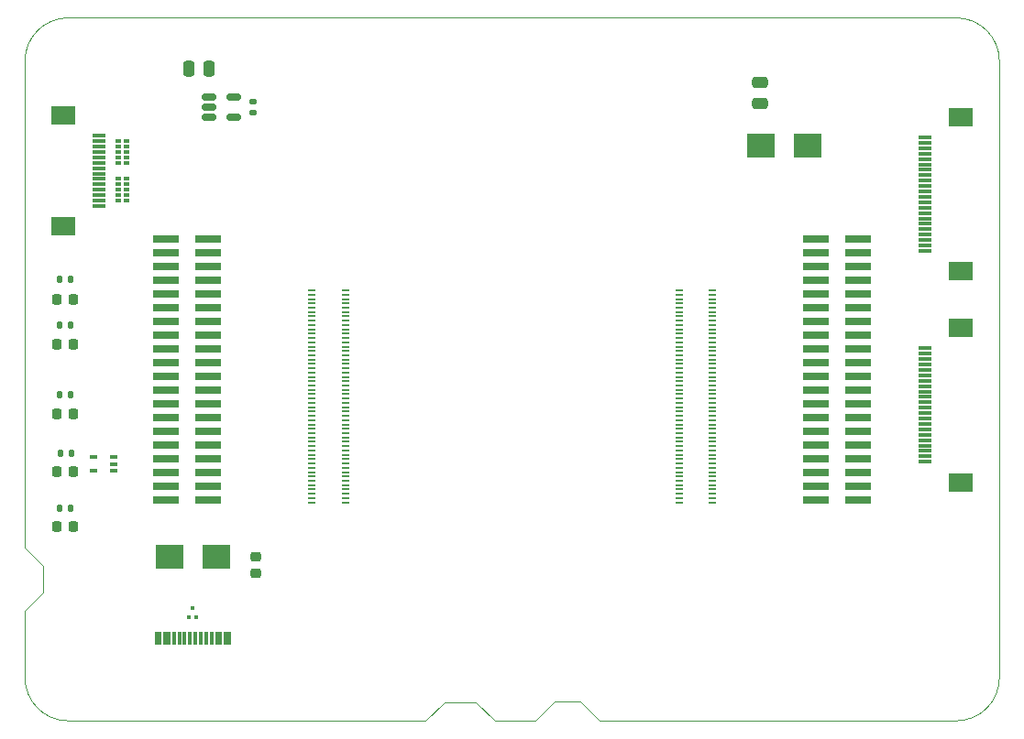
<source format=gtp>
G04 #@! TF.GenerationSoftware,KiCad,Pcbnew,(5.99.0-10720-gd84fcd89f1)*
G04 #@! TF.CreationDate,2021-06-08T11:49:25-04:00*
G04 #@! TF.ProjectId,FlySensei_Stack_RPi_ECAD,466c7953-656e-4736-9569-5f537461636b,0.1*
G04 #@! TF.SameCoordinates,Original*
G04 #@! TF.FileFunction,Paste,Top*
G04 #@! TF.FilePolarity,Positive*
%FSLAX46Y46*%
G04 Gerber Fmt 4.6, Leading zero omitted, Abs format (unit mm)*
G04 Created by KiCad (PCBNEW (5.99.0-10720-gd84fcd89f1)) date 2021-06-08 11:49:25*
%MOMM*%
%LPD*%
G01*
G04 APERTURE LIST*
G04 Aperture macros list*
%AMRoundRect*
0 Rectangle with rounded corners*
0 $1 Rounding radius*
0 $2 $3 $4 $5 $6 $7 $8 $9 X,Y pos of 4 corners*
0 Add a 4 corners polygon primitive as box body*
4,1,4,$2,$3,$4,$5,$6,$7,$8,$9,$2,$3,0*
0 Add four circle primitives for the rounded corners*
1,1,$1+$1,$2,$3*
1,1,$1+$1,$4,$5*
1,1,$1+$1,$6,$7*
1,1,$1+$1,$8,$9*
0 Add four rect primitives between the rounded corners*
20,1,$1+$1,$2,$3,$4,$5,0*
20,1,$1+$1,$4,$5,$6,$7,0*
20,1,$1+$1,$6,$7,$8,$9,0*
20,1,$1+$1,$8,$9,$2,$3,0*%
G04 Aperture macros list end*
G04 #@! TA.AperFunction,Profile*
%ADD10C,0.100000*%
G04 #@! TD*
%ADD11RoundRect,0.225000X-0.250000X0.225000X-0.250000X-0.225000X0.250000X-0.225000X0.250000X0.225000X0*%
%ADD12RoundRect,0.218750X-0.218750X-0.256250X0.218750X-0.256250X0.218750X0.256250X-0.218750X0.256250X0*%
%ADD13R,1.300000X0.300000*%
%ADD14R,2.200000X1.800000*%
%ADD15RoundRect,0.135000X-0.135000X-0.185000X0.135000X-0.185000X0.135000X0.185000X-0.135000X0.185000X0*%
%ADD16R,2.500000X2.300000*%
%ADD17R,0.300000X0.300000*%
%ADD18R,0.550000X0.300000*%
%ADD19R,0.550000X0.400000*%
%ADD20RoundRect,0.150000X-0.512500X-0.150000X0.512500X-0.150000X0.512500X0.150000X-0.512500X0.150000X0*%
%ADD21RoundRect,0.135000X-0.185000X0.135000X-0.185000X-0.135000X0.185000X-0.135000X0.185000X0.135000X0*%
%ADD22R,0.700000X0.200000*%
%ADD23R,2.400000X0.740000*%
%ADD24RoundRect,0.250000X0.250000X0.475000X-0.250000X0.475000X-0.250000X-0.475000X0.250000X-0.475000X0*%
%ADD25RoundRect,0.250000X0.475000X-0.250000X0.475000X0.250000X-0.475000X0.250000X-0.475000X-0.250000X0*%
%ADD26R,0.300000X1.150000*%
%ADD27R,0.650000X0.400000*%
G04 APERTURE END LIST*
D10*
X128750000Y-128250000D02*
X131650000Y-128250000D01*
X138900000Y-128200000D02*
X137100000Y-130000000D01*
X131650000Y-128250000D02*
X133400000Y-130000000D01*
X91700000Y-118100000D02*
X90000000Y-119800000D01*
X91700000Y-115700000D02*
X90000000Y-114000000D01*
X90000000Y-119800000D02*
X90000000Y-126000000D01*
X127000000Y-130000000D02*
X94000000Y-130000000D01*
X180000000Y-69000000D02*
X180000000Y-126000000D01*
X180000000Y-69000000D02*
G75*
G03*
X176000000Y-65000000I-4000000J0D01*
G01*
X94000000Y-65000000D02*
X176000000Y-65000000D01*
X128750000Y-128250000D02*
X127000000Y-130000000D01*
X138900000Y-128200000D02*
X141300000Y-128200000D01*
X90000000Y-126000000D02*
G75*
G03*
X94000000Y-130000000I4000000J0D01*
G01*
X94000000Y-65000000D02*
G75*
G03*
X90000000Y-69000000I0J-4000000D01*
G01*
X176000000Y-130000000D02*
G75*
G03*
X180000000Y-126000000I0J4000000D01*
G01*
X91700000Y-115700000D02*
X91700000Y-118100000D01*
X141300000Y-128200000D02*
X143100000Y-130000000D01*
X90000000Y-114000000D02*
X90000000Y-69000000D01*
X133400000Y-130000000D02*
X137100000Y-130000000D01*
X143100000Y-130000000D02*
X176000000Y-130000000D01*
D11*
G04 #@! TO.C,C12*
X111300000Y-114825000D03*
X111300000Y-116375000D03*
G04 #@! TD*
D12*
G04 #@! TO.C,D8*
X92912500Y-112050000D03*
X94487500Y-112050000D03*
G04 #@! TD*
D13*
G04 #@! TO.C,J8*
X173150000Y-106050000D03*
X173150000Y-105550000D03*
X173150000Y-105050000D03*
X173150000Y-104550000D03*
X173150000Y-104050000D03*
X173150000Y-103550000D03*
X173150000Y-103050000D03*
X173150000Y-102550000D03*
X173150000Y-102050000D03*
X173150000Y-101550000D03*
X173150000Y-101050000D03*
X173150000Y-100550000D03*
X173150000Y-100050000D03*
X173150000Y-99550000D03*
X173150000Y-99050000D03*
X173150000Y-98550000D03*
X173150000Y-98050000D03*
X173150000Y-97550000D03*
X173150000Y-97050000D03*
X173150000Y-96550000D03*
X173150000Y-96050000D03*
X173150000Y-95550000D03*
D14*
X176400000Y-93650000D03*
X176400000Y-107950000D03*
G04 #@! TD*
D15*
G04 #@! TO.C,R3*
X93190000Y-89200000D03*
X94210000Y-89200000D03*
G04 #@! TD*
D13*
G04 #@! TO.C,J9*
X96800000Y-75900000D03*
X96800000Y-76400000D03*
X96800000Y-76900000D03*
X96800000Y-77400000D03*
X96800000Y-77900000D03*
X96800000Y-78400000D03*
X96800000Y-78900000D03*
X96800000Y-79400000D03*
X96800000Y-79900000D03*
X96800000Y-80400000D03*
X96800000Y-80900000D03*
X96800000Y-81400000D03*
X96800000Y-81900000D03*
X96800000Y-82400000D03*
D14*
X93550000Y-84300000D03*
X93550000Y-74000000D03*
G04 #@! TD*
D16*
G04 #@! TO.C,D7*
X157950000Y-76800000D03*
X162250000Y-76800000D03*
G04 #@! TD*
D17*
G04 #@! TO.C,U5*
X105150000Y-120425000D03*
X105850000Y-120425000D03*
X105500000Y-119575000D03*
G04 #@! TD*
D18*
G04 #@! TO.C,U8*
X98615000Y-76400000D03*
X98615000Y-76900000D03*
D19*
X98615000Y-77400000D03*
D18*
X98615000Y-77900000D03*
X98615000Y-78400000D03*
X99385000Y-78400000D03*
X99385000Y-77900000D03*
D19*
X99385000Y-77400000D03*
D18*
X99385000Y-76900000D03*
X99385000Y-76400000D03*
G04 #@! TD*
D20*
G04 #@! TO.C,U10*
X107000000Y-72300000D03*
X107000000Y-73250000D03*
X107000000Y-74200000D03*
X109275000Y-74200000D03*
X109275000Y-72300000D03*
G04 #@! TD*
D21*
G04 #@! TO.C,R20*
X111100000Y-72740000D03*
X111100000Y-73760000D03*
G04 #@! TD*
D12*
G04 #@! TO.C,D1*
X92912500Y-101600000D03*
X94487500Y-101600000D03*
G04 #@! TD*
D22*
G04 #@! TO.C,U1*
X116500000Y-90200000D03*
X119580000Y-90200000D03*
X116500000Y-90600000D03*
X119580000Y-90600000D03*
X116500000Y-91000000D03*
X119580000Y-91000000D03*
X116500000Y-91400000D03*
X119580000Y-91400000D03*
X116500000Y-91800000D03*
X119580000Y-91800000D03*
X116500000Y-92200000D03*
X119580000Y-92200000D03*
X116500000Y-92600000D03*
X119580000Y-92600000D03*
X116500000Y-93000000D03*
X119580000Y-93000000D03*
X116500000Y-93400000D03*
X119580000Y-93400000D03*
X116500000Y-93800000D03*
X119580000Y-93800000D03*
X116500000Y-94200000D03*
X119580000Y-94200000D03*
X116500000Y-94600000D03*
X119580000Y-94600000D03*
X116500000Y-95000000D03*
X119580000Y-95000000D03*
X116500000Y-95400000D03*
X119580000Y-95400000D03*
X116500000Y-95800000D03*
X119580000Y-95800000D03*
X116500000Y-96200000D03*
X119580000Y-96200000D03*
X116500000Y-96600000D03*
X119580000Y-96600000D03*
X116500000Y-97000000D03*
X119580000Y-97000000D03*
X116500000Y-97400000D03*
X119580000Y-97400000D03*
X116500000Y-97800000D03*
X119580000Y-97800000D03*
X116500000Y-98200000D03*
X119580000Y-98200000D03*
X116500000Y-98600000D03*
X119580000Y-98600000D03*
X116500000Y-99000000D03*
X119580000Y-99000000D03*
X116500000Y-99400000D03*
X119580000Y-99400000D03*
X116500000Y-99800000D03*
X119580000Y-99800000D03*
X116500000Y-100200000D03*
X119580000Y-100200000D03*
X116500000Y-100600000D03*
X119580000Y-100600000D03*
X116500000Y-101000000D03*
X119580000Y-101000000D03*
X116500000Y-101400000D03*
X119580000Y-101400000D03*
X116500000Y-101800000D03*
X119580000Y-101800000D03*
X116500000Y-102200000D03*
X119580000Y-102200000D03*
X116500000Y-102600000D03*
X119580000Y-102600000D03*
X116500000Y-103000000D03*
X119580000Y-103000000D03*
X116500000Y-103400000D03*
X119580000Y-103400000D03*
X116500000Y-103800000D03*
X119580000Y-103800000D03*
X116500000Y-104200000D03*
X119580000Y-104200000D03*
X116500000Y-104600000D03*
X119580000Y-104600000D03*
X116500000Y-105000000D03*
X119580000Y-105000000D03*
X116500000Y-105400000D03*
X119580000Y-105400000D03*
X116500000Y-105800000D03*
X119580000Y-105800000D03*
X116500000Y-106200000D03*
X119580000Y-106200000D03*
X116500000Y-106600000D03*
X119580000Y-106600000D03*
X116500000Y-107000000D03*
X119580000Y-107000000D03*
X116500000Y-107400000D03*
X119580000Y-107400000D03*
X116500000Y-107800000D03*
X119580000Y-107800000D03*
X116500000Y-108200000D03*
X119580000Y-108200000D03*
X116500000Y-108600000D03*
X119580000Y-108600000D03*
X116500000Y-109000000D03*
X119580000Y-109000000D03*
X116500000Y-109400000D03*
X119580000Y-109400000D03*
X116500000Y-109800000D03*
X119580000Y-109800000D03*
X150420000Y-90200000D03*
X153500000Y-90200000D03*
X150420000Y-90600000D03*
X153500000Y-90600000D03*
X150420000Y-91000000D03*
X153500000Y-91000000D03*
X150420000Y-91400000D03*
X153500000Y-91400000D03*
X150420000Y-91800000D03*
X153500000Y-91800000D03*
X150420000Y-92200000D03*
X153500000Y-92200000D03*
X150420000Y-92600000D03*
X153500000Y-92600000D03*
X150420000Y-93000000D03*
X153500000Y-93000000D03*
X150420000Y-93400000D03*
X153500000Y-93400000D03*
X150420000Y-93800000D03*
X153500000Y-93800000D03*
X150420000Y-94200000D03*
X153500000Y-94200000D03*
X150420000Y-94600000D03*
X153500000Y-94600000D03*
X150420000Y-95000000D03*
X153500000Y-95000000D03*
X150420000Y-95400000D03*
X153500000Y-95400000D03*
X150420000Y-95800000D03*
X153500000Y-95800000D03*
X150420000Y-96200000D03*
X153500000Y-96200000D03*
X150420000Y-96600000D03*
X153500000Y-96600000D03*
X150420000Y-97000000D03*
X153500000Y-97000000D03*
X150420000Y-97400000D03*
X153500000Y-97400000D03*
X150420000Y-97800000D03*
X153500000Y-97800000D03*
X150420000Y-98200000D03*
X153500000Y-98200000D03*
X150420000Y-98600000D03*
X153500000Y-98600000D03*
X150420000Y-99000000D03*
X153500000Y-99000000D03*
X150420000Y-99400000D03*
X153500000Y-99400000D03*
X150420000Y-99800000D03*
X153500000Y-99800000D03*
X150420000Y-100200000D03*
X153500000Y-100200000D03*
X150420000Y-100600000D03*
X153500000Y-100600000D03*
X150420000Y-101000000D03*
X153500000Y-101000000D03*
X150420000Y-101400000D03*
X153500000Y-101400000D03*
X150420000Y-101800000D03*
X153500000Y-101800000D03*
X150420000Y-102200000D03*
X153500000Y-102200000D03*
X150420000Y-102600000D03*
X153500000Y-102600000D03*
X150420000Y-103000000D03*
X153500000Y-103000000D03*
X150420000Y-103400000D03*
X153500000Y-103400000D03*
X150420000Y-103800000D03*
X153500000Y-103800000D03*
X150420000Y-104200000D03*
X153500000Y-104200000D03*
X150420000Y-104600000D03*
X153500000Y-104600000D03*
X150420000Y-105000000D03*
X153500000Y-105000000D03*
X150420000Y-105400000D03*
X153500000Y-105400000D03*
X150420000Y-105800000D03*
X153500000Y-105800000D03*
X150420000Y-106200000D03*
X153500000Y-106200000D03*
X150420000Y-106600000D03*
X153500000Y-106600000D03*
X150420000Y-107000000D03*
X153500000Y-107000000D03*
X150420000Y-107400000D03*
X153500000Y-107400000D03*
X150420000Y-107800000D03*
X153500000Y-107800000D03*
X150420000Y-108200000D03*
X153500000Y-108200000D03*
X150420000Y-108600000D03*
X153500000Y-108600000D03*
X150420000Y-109000000D03*
X153500000Y-109000000D03*
X150420000Y-109400000D03*
X153500000Y-109400000D03*
X150420000Y-109800000D03*
X153500000Y-109800000D03*
G04 #@! TD*
D18*
G04 #@! TO.C,U9*
X98615000Y-79900000D03*
X98615000Y-80400000D03*
D19*
X98615000Y-80900000D03*
D18*
X98615000Y-81400000D03*
X98615000Y-81900000D03*
X99385000Y-81900000D03*
X99385000Y-81400000D03*
D19*
X99385000Y-80900000D03*
D18*
X99385000Y-80400000D03*
X99385000Y-79900000D03*
G04 #@! TD*
D15*
G04 #@! TO.C,R1*
X93190000Y-99850000D03*
X94210000Y-99850000D03*
G04 #@! TD*
D23*
G04 #@! TO.C,J5*
X163050000Y-85435000D03*
X166950000Y-85435000D03*
X163050000Y-86705000D03*
X166950000Y-86705000D03*
X163050000Y-87975000D03*
X166950000Y-87975000D03*
X163050000Y-89245000D03*
X166950000Y-89245000D03*
X163050000Y-90515000D03*
X166950000Y-90515000D03*
X163050000Y-91785000D03*
X166950000Y-91785000D03*
X163050000Y-93055000D03*
X166950000Y-93055000D03*
X163050000Y-94325000D03*
X166950000Y-94325000D03*
X163050000Y-95595000D03*
X166950000Y-95595000D03*
X163050000Y-96865000D03*
X166950000Y-96865000D03*
X163050000Y-98135000D03*
X166950000Y-98135000D03*
X163050000Y-99405000D03*
X166950000Y-99405000D03*
X163050000Y-100675000D03*
X166950000Y-100675000D03*
X163050000Y-101945000D03*
X166950000Y-101945000D03*
X163050000Y-103215000D03*
X166950000Y-103215000D03*
X163050000Y-104485000D03*
X166950000Y-104485000D03*
X163050000Y-105755000D03*
X166950000Y-105755000D03*
X163050000Y-107025000D03*
X166950000Y-107025000D03*
X163050000Y-108295000D03*
X166950000Y-108295000D03*
X163050000Y-109565000D03*
X166950000Y-109565000D03*
G04 #@! TD*
D15*
G04 #@! TO.C,R4*
X93290000Y-105300000D03*
X94310000Y-105300000D03*
G04 #@! TD*
D24*
G04 #@! TO.C,C27*
X107000000Y-69730000D03*
X105100000Y-69730000D03*
G04 #@! TD*
D16*
G04 #@! TO.C,D5*
X107650000Y-114825000D03*
X103350000Y-114825000D03*
G04 #@! TD*
D12*
G04 #@! TO.C,D4*
X92912500Y-106950000D03*
X94487500Y-106950000D03*
G04 #@! TD*
G04 #@! TO.C,D3*
X92912500Y-91000000D03*
X94487500Y-91000000D03*
G04 #@! TD*
D15*
G04 #@! TO.C,R2*
X93190000Y-93400000D03*
X94210000Y-93400000D03*
G04 #@! TD*
D25*
G04 #@! TO.C,C26*
X157900000Y-72900000D03*
X157900000Y-71000000D03*
G04 #@! TD*
D26*
G04 #@! TO.C,J2*
X102150000Y-122330000D03*
X102950000Y-122330000D03*
X104250000Y-122330000D03*
X105250000Y-122330000D03*
X105750000Y-122330000D03*
X106750000Y-122330000D03*
X108050000Y-122330000D03*
X108850000Y-122330000D03*
X108550000Y-122330000D03*
X107750000Y-122330000D03*
X107250000Y-122330000D03*
X106250000Y-122330000D03*
X104750000Y-122330000D03*
X103750000Y-122330000D03*
X103250000Y-122330000D03*
X102450000Y-122330000D03*
G04 #@! TD*
D27*
G04 #@! TO.C,U3*
X98200000Y-106900000D03*
X98200000Y-106250000D03*
X98200000Y-105600000D03*
X96300000Y-105600000D03*
X96300000Y-106900000D03*
G04 #@! TD*
D23*
G04 #@! TO.C,J3*
X103050000Y-85435000D03*
X106950000Y-85435000D03*
X103050000Y-86705000D03*
X106950000Y-86705000D03*
X103050000Y-87975000D03*
X106950000Y-87975000D03*
X103050000Y-89245000D03*
X106950000Y-89245000D03*
X103050000Y-90515000D03*
X106950000Y-90515000D03*
X103050000Y-91785000D03*
X106950000Y-91785000D03*
X103050000Y-93055000D03*
X106950000Y-93055000D03*
X103050000Y-94325000D03*
X106950000Y-94325000D03*
X103050000Y-95595000D03*
X106950000Y-95595000D03*
X103050000Y-96865000D03*
X106950000Y-96865000D03*
X103050000Y-98135000D03*
X106950000Y-98135000D03*
X103050000Y-99405000D03*
X106950000Y-99405000D03*
X103050000Y-100675000D03*
X106950000Y-100675000D03*
X103050000Y-101945000D03*
X106950000Y-101945000D03*
X103050000Y-103215000D03*
X106950000Y-103215000D03*
X103050000Y-104485000D03*
X106950000Y-104485000D03*
X103050000Y-105755000D03*
X106950000Y-105755000D03*
X103050000Y-107025000D03*
X106950000Y-107025000D03*
X103050000Y-108295000D03*
X106950000Y-108295000D03*
X103050000Y-109565000D03*
X106950000Y-109565000D03*
G04 #@! TD*
D13*
G04 #@! TO.C,J7*
X173150000Y-86550000D03*
X173150000Y-86050000D03*
X173150000Y-85550000D03*
X173150000Y-85050000D03*
X173150000Y-84550000D03*
X173150000Y-84050000D03*
X173150000Y-83550000D03*
X173150000Y-83050000D03*
X173150000Y-82550000D03*
X173150000Y-82050000D03*
X173150000Y-81550000D03*
X173150000Y-81050000D03*
X173150000Y-80550000D03*
X173150000Y-80050000D03*
X173150000Y-79550000D03*
X173150000Y-79050000D03*
X173150000Y-78550000D03*
X173150000Y-78050000D03*
X173150000Y-77550000D03*
X173150000Y-77050000D03*
X173150000Y-76550000D03*
X173150000Y-76050000D03*
D14*
X176400000Y-88450000D03*
X176400000Y-74150000D03*
G04 #@! TD*
D15*
G04 #@! TO.C,R21*
X93190000Y-110350000D03*
X94210000Y-110350000D03*
G04 #@! TD*
D12*
G04 #@! TO.C,D2*
X92912500Y-95200000D03*
X94487500Y-95200000D03*
G04 #@! TD*
M02*

</source>
